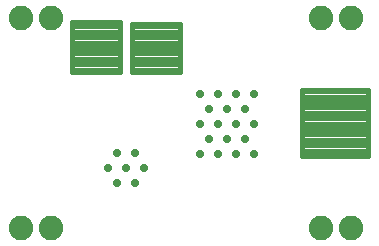
<source format=gbs>
G75*
%MOIN*%
%OFA0B0*%
%FSLAX25Y25*%
%IPPOS*%
%LPD*%
%AMOC8*
5,1,8,0,0,1.08239X$1,22.5*
%
%ADD10C,0.02800*%
%ADD11C,0.01800*%
%ADD12C,0.08200*%
D10*
X0052000Y0046500D03*
X0049000Y0051500D03*
X0052000Y0056500D03*
X0055000Y0051500D03*
X0058000Y0056500D03*
X0061000Y0051500D03*
X0058000Y0046500D03*
X0079500Y0056000D03*
X0082500Y0061000D03*
X0079500Y0066000D03*
X0082500Y0071000D03*
X0079500Y0076000D03*
X0085500Y0076000D03*
X0088500Y0071000D03*
X0085500Y0066000D03*
X0088500Y0061000D03*
X0091500Y0066000D03*
X0094500Y0061000D03*
X0097500Y0066000D03*
X0094500Y0071000D03*
X0091500Y0076000D03*
X0097500Y0076000D03*
X0097500Y0056000D03*
X0091500Y0056000D03*
X0085500Y0056000D03*
D11*
X0113500Y0055500D02*
X0113500Y0077500D01*
X0135500Y0077500D01*
X0135500Y0055500D01*
X0113500Y0055500D01*
X0113500Y0057254D02*
X0135500Y0057254D01*
X0135500Y0059052D02*
X0113500Y0059052D01*
X0113500Y0060851D02*
X0135500Y0060851D01*
X0135500Y0062649D02*
X0113500Y0062649D01*
X0113500Y0064448D02*
X0135500Y0064448D01*
X0135500Y0066246D02*
X0113500Y0066246D01*
X0113500Y0068045D02*
X0135500Y0068045D01*
X0135500Y0069843D02*
X0113500Y0069843D01*
X0113500Y0071642D02*
X0135500Y0071642D01*
X0135500Y0073440D02*
X0113500Y0073440D01*
X0113500Y0075239D02*
X0135500Y0075239D01*
X0135500Y0077037D02*
X0113500Y0077037D01*
X0073000Y0083500D02*
X0057000Y0083500D01*
X0057000Y0099500D01*
X0073000Y0099500D01*
X0073000Y0083500D01*
X0073000Y0084232D02*
X0057000Y0084232D01*
X0057000Y0086030D02*
X0073000Y0086030D01*
X0073000Y0087829D02*
X0057000Y0087829D01*
X0057000Y0089627D02*
X0073000Y0089627D01*
X0073000Y0091426D02*
X0057000Y0091426D01*
X0057000Y0093224D02*
X0073000Y0093224D01*
X0073000Y0095023D02*
X0057000Y0095023D01*
X0057000Y0096821D02*
X0073000Y0096821D01*
X0073000Y0098620D02*
X0057000Y0098620D01*
X0053000Y0098620D02*
X0037000Y0098620D01*
X0037000Y0100000D02*
X0037000Y0083500D01*
X0053000Y0083500D01*
X0053000Y0100000D01*
X0037000Y0100000D01*
X0037000Y0096821D02*
X0053000Y0096821D01*
X0053000Y0095023D02*
X0037000Y0095023D01*
X0037000Y0093224D02*
X0053000Y0093224D01*
X0053000Y0091426D02*
X0037000Y0091426D01*
X0037000Y0089627D02*
X0053000Y0089627D01*
X0053000Y0087829D02*
X0037000Y0087829D01*
X0037000Y0086030D02*
X0053000Y0086030D01*
X0053000Y0084232D02*
X0037000Y0084232D01*
D12*
X0020000Y0031500D03*
X0030000Y0031500D03*
X0030000Y0101500D03*
X0020000Y0101500D03*
X0120000Y0101500D03*
X0130000Y0101500D03*
X0130000Y0031500D03*
X0120000Y0031500D03*
M02*

</source>
